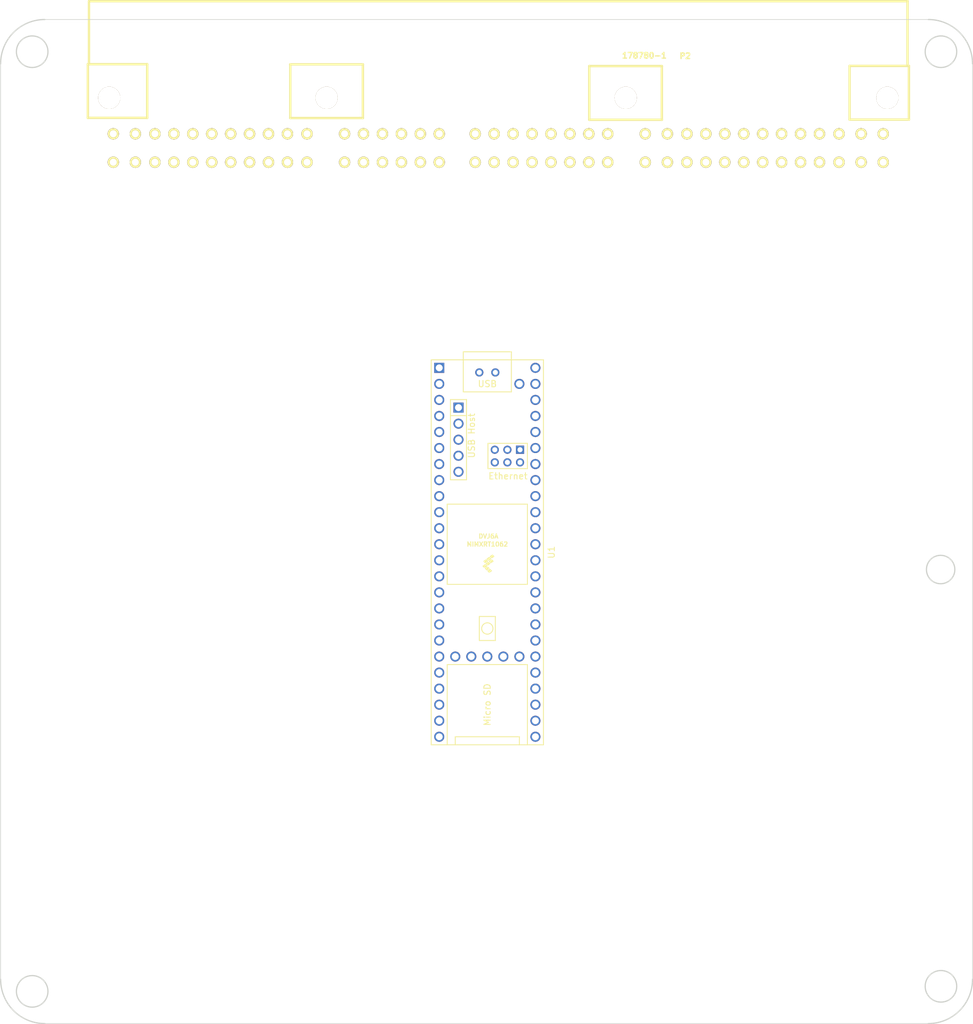
<source format=kicad_pcb>
(kicad_pcb (version 20241229) (generator "pcbnew") (generator_version "9.0")
  (layers (0 "F.Cu" signal) (2 "B.Cu" signal) (13 "F.Paste" user) (15 "B.Paste" user) (5 "F.SilkS" user "F.Silkscreen") (7 "B.SilkS" user "B.Silkscreen") (1 "F.Mask" user) (3 "B.Mask" user) (25 "Edge.Cuts" user))
  (net 0 "")
  (net 67 "Net-(P2C-3M)")
  (net 70 "Net-(P2C-3A)")
  (footprint "teensy:Teensy41" (layer "F.Cu") (at 95.72 103.37 -90)
    (property "Reference" "U1" (at 0 -10.16 90) (layer "F.SilkS"))
    (property "Value" "Teensy4.1")
    (fp_line (start -30.48 8.89) (end -30.48 -8.89) (stroke (width 0.15)) (layer "F.SilkS"))
    (fp_line (start 30.48 8.89) (end -30.48 8.89) (stroke (width 0.15)) (layer "F.SilkS"))
    (fp_line (start -7.62 6.35) (end 5.08 6.35) (stroke (width 0.15)) (layer "F.SilkS"))
    (fp_line (start 5.08 6.35) (end 5.08 -6.35) (stroke (width 0.15)) (layer "F.SilkS"))
    (fp_line (start 17.78 6.35) (end 30.48 6.35) (stroke (width 0.15)) (layer "F.SilkS"))
    (fp_line (start -24.1808 5.8392) (end -24.1808 3.2992) (stroke (width 0.15)) (layer "F.SilkS"))
    (fp_line (start -11.4808 5.8392) (end -24.1808 5.8392) (stroke (width 0.15)) (layer "F.SilkS"))
    (fp_line (start 29.21 5.08) (end 30.48 5.08) (stroke (width 0.15)) (layer "F.SilkS"))
    (fp_line (start -31.75 3.81) (end -31.75 -3.81) (stroke (width 0.15)) (layer "F.SilkS"))
    (fp_line (start -30.48 3.81) (end -31.75 3.81) (stroke (width 0.15)) (layer "F.SilkS"))
    (fp_line (start -25.4 3.81) (end -30.48 3.81) (stroke (width 0.15)) (layer "F.SilkS"))
    (fp_line (start -25.4 3.81) (end -25.4 -3.81) (stroke (width 0.15)) (layer "F.SilkS"))
    (fp_line (start -24.1808 3.2992) (end -21.6408 3.2992) (stroke (width 0.15)) (layer "F.SilkS"))
    (fp_line (start -24.1808 3.2992) (end -11.4808 3.2992) (stroke (width 0.15)) (layer "F.SilkS"))
    (fp_line (start -21.6408 3.2992) (end -21.6408 5.8392) (stroke (width 0.15)) (layer "F.SilkS"))
    (fp_line (start -11.4808 3.2992) (end -11.4808 5.8392) (stroke (width 0.15)) (layer "F.SilkS"))
    (fp_line (start 10.16 1.27) (end 10.16 -1.27) (stroke (width 0.15)) (layer "F.SilkS"))
    (fp_line (start 13.97 1.27) (end 10.16 1.27) (stroke (width 0.15)) (layer "F.SilkS"))
    (fp_line (start -17.25 -0.1016) (end -13.25 -0.1016) (stroke (width 0.15)) (layer "F.SilkS"))
    (fp_line (start -13.25 -0.1016) (end -13.25 -6.3516) (stroke (width 0.15)) (layer "F.SilkS"))
    (fp_line (start 10.16 -1.27) (end 13.97 -1.27) (stroke (width 0.15)) (layer "F.SilkS"))
    (fp_line (start 13.97 -1.27) (end 13.97 1.27) (stroke (width 0.15)) (layer "F.SilkS"))
    (fp_line (start -31.75 -3.81) (end -30.48 -3.81) (stroke (width 0.15)) (layer "F.SilkS"))
    (fp_line (start -25.4 -3.81) (end -30.48 -3.81) (stroke (width 0.15)) (layer "F.SilkS"))
    (fp_line (start 29.21 -5.08) (end 29.21 5.08) (stroke (width 0.15)) (layer "F.SilkS"))
    (fp_line (start 30.48 -5.08) (end 29.21 -5.08) (stroke (width 0.15)) (layer "F.SilkS"))
    (fp_line (start -17.25 -6.1016) (end -17.25 -0.1016) (stroke (width 0.15)) (layer "F.SilkS"))
    (fp_line (start -7.62 -6.35) (end -7.62 6.35) (stroke (width 0.15)) (layer "F.SilkS"))
    (fp_line (start 5.08 -6.35) (end -7.62 -6.35) (stroke (width 0.15)) (layer "F.SilkS"))
    (fp_line (start 17.78 -6.35) (end 17.78 6.35) (stroke (width 0.15)) (layer "F.SilkS"))
    (fp_line (start 30.48 -6.35) (end 17.78 -6.35) (stroke (width 0.15)) (layer "F.SilkS"))
    (fp_line (start -17.25 -6.3516) (end -17.25 -6.1016) (stroke (width 0.15)) (layer "F.SilkS"))
    (fp_line (start -13.25 -6.3516) (end -17.25 -6.3516) (stroke (width 0.15)) (layer "F.SilkS"))
    (fp_line (start -30.48 -8.89) (end 30.48 -8.89) (stroke (width 0.15)) (layer "F.SilkS"))
    (fp_line (start 30.48 -8.89) (end 30.48 8.89) (stroke (width 0.15)) (layer "F.SilkS"))
    (fp_circle (center 12.065 0) (end 12.7 -0.635) (stroke (width 0.15)) (fill no) (layer "F.SilkS"))
    (fp_poly (pts (xy 2.435 0.455) (xy 2.181 0.709) (xy 1.927 0.328) (xy 2.181 0.074)) (stroke (width 0.1)) (fill yes) (layer "F.SilkS"))
    (fp_poly (pts (xy 1.673 0.328) (xy 1.419 0.582) (xy 1.165 0.201) (xy 1.419 -0.053)) (stroke (width 0.1)) (fill yes) (layer "F.SilkS"))
    (fp_poly (pts (xy 2.816 0.074) (xy 2.562 0.328) (xy 2.308 -0.053) (xy 2.562 -0.307)) (stroke (width 0.1)) (fill yes) (layer "F.SilkS"))
    (fp_poly (pts (xy 2.054 -0.053) (xy 1.8 0.201) (xy 1.546 -0.18) (xy 1.8 -0.434)) (stroke (width 0.1)) (fill yes) (layer "F.SilkS"))
    (fp_poly (pts (xy 1.292 -0.18) (xy 1.038 0.074) (xy 0.784 -0.307) (xy 1.038 -0.561)) (stroke (width 0.1)) (fill yes) (layer "F.SilkS"))
    (fp_poly (pts (xy 3.197 -0.307) (xy 2.943 -0.053) (xy 2.689 -0.434) (xy 2.943 -0.688)) (stroke (width 0.1)) (fill yes) (layer "F.SilkS"))
    (fp_poly (pts (xy 1.673 -0.561) (xy 1.419 -0.307) (xy 1.165 -0.688) (xy 1.419 -0.942)) (stroke (width 0.1)) (fill yes) (layer "F.SilkS"))
    (fp_poly (pts (xy 0.911 -0.688) (xy 0.657 -0.434) (xy 0.403 -0.815) (xy 0.657 -1.069)) (stroke (width 0.1)) (fill yes) (layer "F.SilkS"))
    (fp_text user "USB" (at -26.67 0 0) (layer "F.SilkS"))
    (fp_text user "MIMXRT1062" (at -1.27 0 0) (layer "F.SilkS") (effects (font (size 0.7 0.7))))
    (fp_text user "Ethernet" (at -12.065 -3.2766 0) (layer "F.SilkS"))
    (fp_text user "DVJ6A" (at -2.54 -0.18 0) (layer "F.SilkS") (effects (font (size 0.7 0.7))))
    (fp_text user "Micro SD" (at 24.13 0 90) (layer "F.SilkS"))
    (fp_text user "USB Host" (at -18.4658 2.4892 90) (layer "F.SilkS"))
    (pad "1" thru_hole rect (at -29.21 7.62 270) (size 1.6 1.6) (drill 1.1) (layers "*.Cu" "*.Mask"))
    (pad "2" thru_hole circle (at -26.67 7.62 270) (size 1.6 1.6) (drill 1.1) (layers "*.Cu" "*.Mask"))
    (pad "3" thru_hole circle (at -24.13 7.62 270) (size 1.6 1.6) (drill 1.1) (layers "*.Cu" "*.Mask"))
    (pad "4" thru_hole circle (at -21.59 7.62 270) (size 1.6 1.6) (drill 1.1) (layers "*.Cu" "*.Mask"))
    (pad "5" thru_hole circle (at -19.05 7.62 270) (size 1.6 1.6) (drill 1.1) (layers "*.Cu" "*.Mask"))
    (pad "6" thru_hole circle (at -16.51 7.62 270) (size 1.6 1.6) (drill 1.1) (layers "*.Cu" "*.Mask"))
    (pad "7" thru_hole circle (at -13.97 7.62 270) (size 1.6 1.6) (drill 1.1) (layers "*.Cu" "*.Mask"))
    (pad "8" thru_hole circle (at -11.43 7.62 270) (size 1.6 1.6) (drill 1.1) (layers "*.Cu" "*.Mask"))
    (pad "9" thru_hole circle (at -8.89 7.62 270) (size 1.6 1.6) (drill 1.1) (layers "*.Cu" "*.Mask"))
    (pad "10" thru_hole circle (at -6.35 7.62 270) (size 1.6 1.6) (drill 1.1) (layers "*.Cu" "*.Mask"))
    (pad "11" thru_hole circle (at -3.81 7.62 270) (size 1.6 1.6) (drill 1.1) (layers "*.Cu" "*.Mask"))
    (pad "12" thru_hole circle (at -1.27 7.62 270) (size 1.6 1.6) (drill 1.1) (layers "*.Cu" "*.Mask"))
    (pad "13" thru_hole circle (at 1.27 7.62 270) (size 1.6 1.6) (drill 1.1) (layers "*.Cu" "*.Mask"))
    (pad "14" thru_hole circle (at 3.81 7.62 270) (size 1.6 1.6) (drill 1.1) (layers "*.Cu" "*.Mask"))
    (pad "15" thru_hole circle (at 6.35 7.62 270) (size 1.6 1.6) (drill 1.1) (layers "*.Cu" "*.Mask"))
    (pad "16" thru_hole circle (at 8.89 7.62 270) (size 1.6 1.6) (drill 1.1) (layers "*.Cu" "*.Mask") (net 67 "Net-(P2C-3M)"))
    (pad "17" thru_hole circle (at 11.43 7.62 270) (size 1.6 1.6) (drill 1.1) (layers "*.Cu" "*.Mask"))
    (pad "18" thru_hole circle (at 13.97 7.62 270) (size 1.6 1.6) (drill 1.1) (layers "*.Cu" "*.Mask"))
    (pad "19" thru_hole circle (at 16.51 7.62 270) (size 1.6 1.6) (drill 1.1) (layers "*.Cu" "*.Mask"))
    (pad "20" thru_hole circle (at 19.05 7.62 270) (size 1.6 1.6) (drill 1.1) (layers "*.Cu" "*.Mask"))
    (pad "21" thru_hole circle (at 21.59 7.62 270) (size 1.6 1.6) (drill 1.1) (layers "*.Cu" "*.Mask"))
    (pad "22" thru_hole circle (at 24.13 7.62 270) (size 1.6 1.6) (drill 1.1) (layers "*.Cu" "*.Mask"))
    (pad "23" thru_hole circle (at 26.67 7.62 270) (size 1.6 1.6) (drill 1.1) (layers "*.Cu" "*.Mask"))
    (pad "24" thru_hole circle (at 29.21 7.62 270) (size 1.6 1.6) (drill 1.1) (layers "*.Cu" "*.Mask"))
    (pad "25" thru_hole circle (at 29.21 -7.62 270) (size 1.6 1.6) (drill 1.1) (layers "*.Cu" "*.Mask"))
    (pad "26" thru_hole circle (at 26.67 -7.62 270) (size 1.6 1.6) (drill 1.1) (layers "*.Cu" "*.Mask"))
    (pad "27" thru_hole circle (at 24.13 -7.62 270) (size 1.6 1.6) (drill 1.1) (layers "*.Cu" "*.Mask"))
    (pad "28" thru_hole circle (at 21.59 -7.62 270) (size 1.6 1.6) (drill 1.1) (layers "*.Cu" "*.Mask"))
    (pad "29" thru_hole circle (at 19.05 -7.62 270) (size 1.6 1.6) (drill 1.1) (layers "*.Cu" "*.Mask"))
    (pad "30" thru_hole circle (at 16.51 -7.62 270) (size 1.6 1.6) (drill 1.1) (layers "*.Cu" "*.Mask"))
    (pad "31" thru_hole circle (at 13.97 -7.62 270) (size 1.6 1.6) (drill 1.1) (layers "*.Cu" "*.Mask"))
    (pad "32" thru_hole circle (at 11.43 -7.62 270) (size 1.6 1.6) (drill 1.1) (layers "*.Cu" "*.Mask"))
    (pad "33" thru_hole circle (at 8.89 -7.62 270) (size 1.6 1.6) (drill 1.1) (layers "*.Cu" "*.Mask"))
    (pad "34" thru_hole circle (at 6.35 -7.62 270) (size 1.6 1.6) (drill 1.1) (layers "*.Cu" "*.Mask"))
    (pad "35" thru_hole circle (at 3.81 -7.62 270) (size 1.6 1.6) (drill 1.1) (layers "*.Cu" "*.Mask"))
    (pad "36" thru_hole circle (at 1.27 -7.62 270) (size 1.6 1.6) (drill 1.1) (layers "*.Cu" "*.Mask"))
    (pad "37" thru_hole circle (at -1.27 -7.62 270) (size 1.6 1.6) (drill 1.1) (layers "*.Cu" "*.Mask"))
    (pad "38" thru_hole circle (at -3.81 -7.62 270) (size 1.6 1.6) (drill 1.1) (layers "*.Cu" "*.Mask"))
    (pad "39" thru_hole circle (at -6.35 -7.62 270) (size 1.6 1.6) (drill 1.1) (layers "*.Cu" "*.Mask"))
    (pad "40" thru_hole circle (at -8.89 -7.62 270) (size 1.6 1.6) (drill 1.1) (layers "*.Cu" "*.Mask"))
    (pad "41" thru_hole circle (at -11.43 -7.62 270) (size 1.6 1.6) (drill 1.1) (layers "*.Cu" "*.Mask"))
    (pad "42" thru_hole circle (at -13.97 -7.62 270) (size 1.6 1.6) (drill 1.1) (layers "*.Cu" "*.Mask"))
    (pad "43" thru_hole circle (at -16.51 -7.62 270) (size 1.6 1.6) (drill 1.1) (layers "*.Cu" "*.Mask"))
    (pad "44" thru_hole circle (at -19.05 -7.62 270) (size 1.6 1.6) (drill 1.1) (layers "*.Cu" "*.Mask"))
    (pad "45" thru_hole circle (at -21.59 -7.62 270) (size 1.6 1.6) (drill 1.1) (layers "*.Cu" "*.Mask"))
    (pad "46" thru_hole circle (at -24.13 -7.62 270) (size 1.6 1.6) (drill 1.1) (layers "*.Cu" "*.Mask"))
    (pad "47" thru_hole circle (at -26.67 -7.62 270) (size 1.6 1.6) (drill 1.1) (layers "*.Cu" "*.Mask"))
    (pad "48" thru_hole circle (at -29.21 -7.62 270) (size 1.6 1.6) (drill 1.1) (layers "*.Cu" "*.Mask"))
    (pad "49" thru_hole circle (at -26.67 -5.08 270) (size 1.6 1.6) (drill 1.1) (layers "*.Cu" "*.Mask"))
    (pad "50" thru_hole circle (at 16.51 5.08 270) (size 1.6 1.6) (drill 1.1) (layers "*.Cu" "*.Mask"))
    (pad "51" thru_hole circle (at 16.51 2.54 270) (size 1.6 1.6) (drill 1.1) (layers "*.Cu" "*.Mask"))
    (pad "52" thru_hole circle (at 16.51 0 270) (size 1.6 1.6) (drill 1.1) (layers "*.Cu" "*.Mask"))
    (pad "53" thru_hole circle (at 16.51 -2.54 270) (size 1.6 1.6) (drill 1.1) (layers "*.Cu" "*.Mask"))
    (pad "54" thru_hole circle (at 16.51 -5.08 270) (size 1.6 1.6) (drill 1.1) (layers "*.Cu" "*.Mask"))
    (pad "55" thru_hole rect (at -22.9108 4.5692 270) (size 1.6 1.6) (drill 1.1) (layers "*.Cu" "*.Mask"))
    (pad "56" thru_hole circle (at -20.3708 4.5692 270) (size 1.6 1.6) (drill 1.1) (layers "*.Cu" "*.Mask"))
    (pad "57" thru_hole circle (at -17.8308 4.5692 270) (size 1.6 1.6) (drill 1.1) (layers "*.Cu" "*.Mask"))
    (pad "58" thru_hole circle (at -15.2908 4.5692 270) (size 1.6 1.6) (drill 1.1) (layers "*.Cu" "*.Mask"))
    (pad "59" thru_hole circle (at -12.7508 4.5692 270) (size 1.6 1.6) (drill 1.1) (layers "*.Cu" "*.Mask"))
    (pad "60" thru_hole rect (at -16.24 -5.1816 270) (size 1.3 1.3) (drill 0.8) (layers "*.Cu" "*.Mask"))
    (pad "61" thru_hole circle (at -16.24 -3.1816 270) (size 1.3 1.3) (drill 0.8) (layers "*.Cu" "*.Mask"))
    (pad "62" thru_hole circle (at -16.24 -1.1816 270) (size 1.3 1.3) (drill 0.8) (layers "*.Cu" "*.Mask"))
    (pad "63" thru_hole circle (at -14.24 -1.1816 270) (size 1.3 1.3) (drill 0.8) (layers "*.Cu" "*.Mask"))
    (pad "64" thru_hole circle (at -14.24 -3.1816 270) (size 1.3 1.3) (drill 0.8) (layers "*.Cu" "*.Mask"))
    (pad "65" thru_hole circle (at -14.24 -5.1816 270) (size 1.3 1.3) (drill 0.8) (layers "*.Cu" "*.Mask"))
    (pad "66" thru_hole circle (at -28.48 -1.27 270) (size 1.3 1.3) (drill 0.8) (layers "*.Cu" "*.Mask"))
    (pad "67" thru_hole circle (at -28.48 1.27 270) (size 1.3 1.3) (drill 0.8) (layers "*.Cu" "*.Mask"))
  )
  (footprint "kicad:178780-1" (layer "F.Cu") (at 146 41.6)
    (property "Reference" "P2" (at -18.925 -16.825 0) (layer "F.SilkS") (effects (font (size 0.889 0.889) (thickness 0.22225))))
    (property "Value" "178780-1" (at -25.4 -16.891 0) (layer "F.SilkS") (effects (font (size 0.889 0.889) (thickness 0.22352))))
    (fp_line (start -113.57527 -15.52384) (end -104.17473 -15.52384) (stroke (width 0.381)) (layer "F.SilkS"))
    (fp_line (start -113.57527 -7.025) (end -113.57527 -15.52384) (stroke (width 0.381)) (layer "F.SilkS"))
    (fp_line (start -113.57527 -7.025) (end -104.17473 -7.025) (stroke (width 0.381)) (layer "F.SilkS"))
    (fp_line (start -113.39766 -25.49906) (end -113.39766 -15.49908) (stroke (width 0.381)) (layer "F.SilkS"))
    (fp_line (start -113.39766 -25.49906) (end 16.30234 -25.49906) (stroke (width 0.381)) (layer "F.SilkS"))
    (fp_line (start -104.17473 -7.025) (end -104.17473 -15.52384) (stroke (width 0.381)) (layer "F.SilkS"))
    (fp_line (start -81.50098 -15.49908) (end -69.99986 -15.49908) (stroke (width 0.381)) (layer "F.SilkS"))
    (fp_line (start -81.50098 -7.00024) (end -81.50098 -15.49908) (stroke (width 0.381)) (layer "F.SilkS"))
    (fp_line (start -81.50098 -7.00024) (end -69.99986 -7.00024) (stroke (width 0.381)) (layer "F.SilkS"))
    (fp_line (start -69.99986 -7.00024) (end -69.99986 -15.49908) (stroke (width 0.381)) (layer "F.SilkS"))
    (fp_line (start -34.12612 -6.72558) (end -34.12612 -15.22442) (stroke (width 0.381)) (layer "F.SilkS"))
    (fp_line (start -22.625 -15.22442) (end -34.12612 -15.22442) (stroke (width 0.381)) (layer "F.SilkS"))
    (fp_line (start -22.625 -15.22442) (end -22.625 -6.72558) (stroke (width 0.381)) (layer "F.SilkS"))
    (fp_line (start -22.625 -6.72558) (end -34.12612 -6.72558) (stroke (width 0.381)) (layer "F.SilkS"))
    (fp_line (start 7.125 -15.24942) (end 16.52554 -15.24942) (stroke (width 0.381)) (layer "F.SilkS"))
    (fp_line (start 7.125 -6.75058) (end 7.125 -15.24942) (stroke (width 0.381)) (layer "F.SilkS"))
    (fp_line (start 16.30234 -25.49906) (end 16.30234 -15.49908) (stroke (width 0.381)) (layer "F.SilkS"))
    (fp_line (start 16.52554 -15.24942) (end 16.52554 -6.75058) (stroke (width 0.381)) (layer "F.SilkS"))
    (fp_line (start 16.52554 -6.75058) (end 7.125 -6.75058) (stroke (width 0.381)) (layer "F.SilkS"))
    (pad "" thru_hole circle (at -110.19766 -10.20064) (size 3.50012 3.50012) (drill 3.50012) (layers "*.Cu" "*.Mask" "F.SilkS"))
    (pad "" thru_hole circle (at -75.74766 -10.20064) (size 3.50012 3.50012) (drill 3.50012) (layers "*.Cu" "*.Mask" "F.SilkS"))
    (pad "" thru_hole circle (at -28.34766 -10.20064) (size 3.50012 3.50012) (drill 3.50012) (layers "*.Cu" "*.Mask" "F.SilkS"))
    (pad "" thru_hole circle (at 13.10234 -10.20064) (size 3.50012 3.50012) (drill 3.50012) (layers "*.Cu" "*.Mask" "F.SilkS"))
    (pad "1" thru_hole circle (at -109.54766 0) (size 1.8 1.8) (drill 1.09982) (layers "*.Cu" "*.Mask" "F.SilkS"))
    (pad "2" thru_hole circle (at -106.05008 0) (size 1.8 1.8) (drill 1.09982) (layers "*.Cu" "*.Mask" "F.SilkS"))
    (pad "3" thru_hole circle (at -102.94874 0) (size 1.8 1.8) (drill 1.09982) (layers "*.Cu" "*.Mask" "F.SilkS"))
    (pad "4" thru_hole circle (at -99.949 0) (size 1.8 1.8) (drill 1.09982) (layers "*.Cu" "*.Mask" "F.SilkS"))
    (pad "5" thru_hole circle (at -96.94926 0) (size 1.8 1.8) (drill 1.09982) (layers "*.Cu" "*.Mask" "F.SilkS"))
    (pad "6" thru_hole circle (at -93.94952 0) (size 1.8 1.8) (drill 1.09982) (layers "*.Cu" "*.Mask" "F.SilkS"))
    (pad "7" thru_hole circle (at -90.94978 0) (size 1.8 1.8) (drill 1.09982) (layers "*.Cu" "*.Mask" "F.SilkS"))
    (pad "8" thru_hole circle (at -87.95004 0) (size 1.8 1.8) (drill 1.09982) (layers "*.Cu" "*.Mask" "F.SilkS"))
    (pad "9" thru_hole circle (at -84.9503 0) (size 1.8 1.8) (drill 1.09982) (layers "*.Cu" "*.Mask" "F.SilkS"))
    (pad "10" thru_hole circle (at -81.95056 0) (size 1.8 1.8) (drill 1.09982) (layers "*.Cu" "*.Mask" "F.SilkS"))
    (pad "11" thru_hole circle (at -78.84922 0) (size 1.8 1.8) (drill 1.09982) (layers "*.Cu" "*.Mask" "F.SilkS"))
    (pad "12" thru_hole circle (at -109.54766 -4.50088 180) (size 1.8 1.8) (drill 1.09982) (layers "*.Cu" "*.Mask" "F.SilkS"))
    (pad "13" thru_hole circle (at -106.05008 -4.50088 180) (size 1.8 1.8) (drill 1.09982) (layers "*.Cu" "*.Mask" "F.SilkS"))
    (pad "14" thru_hole circle (at -102.94874 -4.50088 180) (size 1.8 1.8) (drill 1.09982) (layers "*.Cu" "*.Mask" "F.SilkS"))
    (pad "15" thru_hole circle (at -99.949 -4.50088 180) (size 1.8 1.8) (drill 1.09982) (layers "*.Cu" "*.Mask" "F.SilkS"))
    (pad "16" thru_hole circle (at -96.94926 -4.50088 180) (size 1.8 1.8) (drill 1.09982) (layers "*.Cu" "*.Mask" "F.SilkS"))
    (pad "17" thru_hole circle (at -93.94952 -4.50088 180) (size 1.8 1.8) (drill 1.09982) (layers "*.Cu" "*.Mask" "F.SilkS"))
    (pad "18" thru_hole circle (at -90.94978 -4.50088 180) (size 1.8 1.8) (drill 1.09982) (layers "*.Cu" "*.Mask" "F.SilkS"))
    (pad "19" thru_hole circle (at -87.95004 -4.50088 180) (size 1.8 1.8) (drill 1.09982) (layers "*.Cu" "*.Mask" "F.SilkS"))
    (pad "20" thru_hole circle (at -84.9503 -4.50088 180) (size 1.8 1.8) (drill 1.09982) (layers "*.Cu" "*.Mask" "F.SilkS"))
    (pad "21" thru_hole circle (at -81.95056 -4.50088 180) (size 1.8 1.8) (drill 1.09982) (layers "*.Cu" "*.Mask" "F.SilkS"))
    (pad "22" thru_hole circle (at -78.84922 -4.50088 180) (size 1.8 1.8) (drill 1.09982) (layers "*.Cu" "*.Mask" "F.SilkS"))
    (pad "23" thru_hole circle (at -52.19766 0) (size 1.8 1.8) (drill 1.09982) (layers "*.Cu" "*.Mask" "F.SilkS"))
    (pad "24" thru_hole circle (at -49.19792 0) (size 1.8 1.8) (drill 1.09982) (layers "*.Cu" "*.Mask" "F.SilkS"))
    (pad "25" thru_hole circle (at -46.19818 0) (size 1.8 1.8) (drill 1.09982) (layers "*.Cu" "*.Mask" "F.SilkS"))
    (pad "26" thru_hole circle (at -43.19844 0) (size 1.8 1.8) (drill 1.09982) (layers "*.Cu" "*.Mask" "F.SilkS"))
    (pad "27" thru_hole circle (at -40.19616 0) (size 1.8 1.8) (drill 1.09982) (layers "*.Cu" "*.Mask" "F.SilkS"))
    (pad "28" thru_hole circle (at -37.19642 0) (size 1.8 1.8) (drill 1.09982) (layers "*.Cu" "*.Mask" "F.SilkS"))
    (pad "29" thru_hole circle (at -34.19668 0) (size 1.8 1.8) (drill 1.09982) (layers "*.Cu" "*.Mask" "F.SilkS"))
    (pad "30" thru_hole circle (at -31.19694 0) (size 1.8 1.8) (drill 1.09982) (layers "*.Cu" "*.Mask" "F.SilkS"))
    (pad "31" thru_hole circle (at -52.19766 -4.50088 180) (size 1.8 1.8) (drill 1.09982) (layers "*.Cu" "*.Mask" "F.SilkS"))
    (pad "32" thru_hole circle (at -49.19792 -4.50088 180) (size 1.8 1.8) (drill 1.09982) (layers "*.Cu" "*.Mask" "F.SilkS"))
    (pad "33" thru_hole circle (at -46.19818 -4.50088 180) (size 1.8 1.8) (drill 1.09982) (layers "*.Cu" "*.Mask" "F.SilkS"))
    (pad "34" thru_hole circle (at -43.19844 -4.50088 180) (size 1.8 1.8) (drill 1.09982) (layers "*.Cu" "*.Mask" "F.SilkS"))
    (pad "35" thru_hole circle (at -40.19616 -4.50088 180) (size 1.8 1.8) (drill 1.09982) (layers "*.Cu" "*.Mask" "F.SilkS"))
    (pad "36" thru_hole circle (at -37.19642 -4.50088 180) (size 1.8 1.8) (drill 1.09982) (layers "*.Cu" "*.Mask" "F.SilkS"))
    (pad "37" thru_hole circle (at -34.19668 -4.50088 180) (size 1.8 1.8) (drill 1.09982) (layers "*.Cu" "*.Mask" "F.SilkS"))
    (pad "38" thru_hole circle (at -31.19694 -4.50088 180) (size 1.8 1.8) (drill 1.09982) (layers "*.Cu" "*.Mask" "F.SilkS"))
    (pad "39" thru_hole circle (at -25.2508 0) (size 1.8 1.8) (drill 1.09982) (layers "*.Cu" "*.Mask" "F.SilkS") (net 70 "Net-(P2C-3A)"))
    (pad "40" thru_hole circle (at -21.75068 0) (size 1.8 1.8) (drill 1.09982) (layers "*.Cu" "*.Mask" "F.SilkS"))
    (pad "41" thru_hole circle (at -18.6468 0) (size 1.8 1.8) (drill 1.09982) (layers "*.Cu" "*.Mask" "F.SilkS"))
    (pad "42" thru_hole circle (at -15.64706 0) (size 1.8 1.8) (drill 1.09982) (layers "*.Cu" "*.Mask" "F.SilkS"))
    (pad "43" thru_hole circle (at -12.64732 0) (size 1.8 1.8) (drill 1.09982) (layers "*.Cu" "*.Mask" "F.SilkS"))
    (pad "44" thru_hole circle (at -9.64758 0) (size 1.8 1.8) (drill 1.09982) (layers "*.Cu" "*.Mask" "F.SilkS"))
    (pad "45" thru_hole circle (at -6.64784 0) (size 1.8 1.8) (drill 1.09982) (layers "*.Cu" "*.Mask" "F.SilkS") (net 67 "Net-(P2C-3M)"))
    (pad "46" thru_hole circle (at -3.6481 0) (size 1.8 1.8) (drill 1.09982) (layers "*.Cu" "*.Mask" "F.SilkS"))
    (pad "47" thru_hole circle (at -0.64836 0) (size 1.8 1.8) (drill 1.09982) (layers "*.Cu" "*.Mask" "F.SilkS"))
    (pad "48" thru_hole circle (at 2.35138 0) (size 1.8 1.8) (drill 1.09982) (layers "*.Cu" "*.Mask" "F.SilkS"))
    (pad "49" thru_hole circle (at 5.45272 0) (size 1.8 1.8) (drill 1.09982) (layers "*.Cu" "*.Mask" "F.SilkS"))
    (pad "50" thru_hole circle (at 8.95284 0) (size 1.8 1.8) (drill 1.09982) (layers "*.Cu" "*.Mask" "F.SilkS"))
    (pad "51" thru_hole circle (at 12.45296 0) (size 1.8 1.8) (drill 1.09982) (layers "*.Cu" "*.Mask" "F.SilkS"))
    (pad "52" thru_hole circle (at -25.2508 -4.50088 180) (size 1.8 1.8) (drill 1.09982) (layers "*.Cu" "*.Mask" "F.SilkS") (net 70 "Net-(P2C-3A)"))
    (pad "53" thru_hole circle (at -21.75068 -4.50088 180) (size 1.8 1.8) (drill 1.09982) (layers "*.Cu" "*.Mask" "F.SilkS"))
    (pad "54" thru_hole circle (at -18.6468 -4.50088 180) (size 1.8 1.8) (drill 1.09982) (layers "*.Cu" "*.Mask" "F.SilkS"))
    (pad "55" thru_hole circle (at -15.64706 -4.50088 180) (size 1.8 1.8) (drill 1.09982) (layers "*.Cu" "*.Mask" "F.SilkS"))
    (pad "56" thru_hole circle (at -12.64732 -4.50088 180) (size 1.8 1.8) (drill 1.09982) (layers "*.Cu" "*.Mask" "F.SilkS"))
    (pad "57" thru_hole circle (at -9.64758 -4.50088 180) (size 1.8 1.8) (drill 1.09982) (layers "*.Cu" "*.Mask" "F.SilkS"))
    (pad "58" thru_hole circle (at -6.64784 -4.50088 180) (size 1.8 1.8) (drill 1.09982) (layers "*.Cu" "*.Mask" "F.SilkS"))
    (pad "59" thru_hole circle (at -3.6481 -4.50088 180) (size 1.8 1.8) (drill 1.09982) (layers "*.Cu" "*.Mask" "F.SilkS"))
    (pad "60" thru_hole circle (at -0.64836 -4.50088 180) (size 1.8 1.8) (drill 1.09982) (layers "*.Cu" "*.Mask" "F.SilkS"))
    (pad "61" thru_hole circle (at 2.35138 -4.50088 180) (size 1.8 1.8) (drill 1.09982) (layers "*.Cu" "*.Mask" "F.SilkS"))
    (pad "62" thru_hole circle (at 5.45272 -4.50088 180) (size 1.8 1.8) (drill 1.09982) (layers "*.Cu" "*.Mask" "F.SilkS"))
    (pad "63" thru_hole circle (at 8.95284 -4.50088 180) (size 1.8 1.8) (drill 1.09982) (layers "*.Cu" "*.Mask" "F.SilkS"))
    (pad "64" thru_hole circle (at 12.45296 -4.50088 180) (size 1.8 1.8) (drill 1.09982) (layers "*.Cu" "*.Mask" "F.SilkS"))
    (pad "65" thru_hole circle (at -72.89766 0) (size 1.8 1.8) (drill 1.09982) (layers "*.Cu" "*.Mask" "F.SilkS"))
    (pad "66" thru_hole circle (at -69.89792 0) (size 1.8 1.8) (drill 1.09982) (layers "*.Cu" "*.Mask" "F.SilkS"))
    (pad "67" thru_hole circle (at -66.89818 0) (size 1.8 1.8) (drill 1.09982) (layers "*.Cu" "*.Mask" "F.SilkS"))
    (pad "68" thru_hole circle (at -63.89844 0) (size 1.8 1.8) (drill 1.09982) (layers "*.Cu" "*.Mask" "F.SilkS"))
    (pad "69" thru_hole circle (at -60.89616 0) (size 1.8 1.8) (drill 1.09982) (layers "*.Cu" "*.Mask" "F.SilkS"))
    (pad "70" thru_hole circle (at -57.89642 0) (size 1.8 1.8) (drill 1.09982) (layers "*.Cu" "*.Mask" "F.SilkS"))
    (pad "71" thru_hole circle (at -72.89766 -4.50088 180) (size 1.8 1.8) (drill 1.09982) (layers "*.Cu" "*.Mask" "F.SilkS"))
    (pad "72" thru_hole circle (at -69.89792 -4.50088 180) (size 1.8 1.8) (drill 1.09982) (layers "*.Cu" "*.Mask" "F.SilkS"))
    (pad "73" thru_hole circle (at -66.89818 -4.50088 180) (size 1.8 1.8) (drill 1.09982) (layers "*.Cu" "*.Mask" "F.SilkS"))
    (pad "74" thru_hole circle (at -63.89844 -4.50088 180) (size 1.8 1.8) (drill 1.09982) (layers "*.Cu" "*.Mask" "F.SilkS"))
    (pad "75" thru_hole circle (at -60.89616 -4.50088 180) (size 1.8 1.8) (drill 1.09982) (layers "*.Cu" "*.Mask" "F.SilkS"))
    (pad "76" thru_hole circle (at -57.89642 -4.50088 180) (size 1.8 1.8) (drill 1.09982) (layers "*.Cu" "*.Mask" "F.SilkS"))
  )
  (gr_line (start 25.6 178) (end 165.6 178) (stroke (width 0.1)) (layer "Edge.Cuts"))
  (gr_line (start 18.6 26) (end 18.6 171) (stroke (width 0.1)) (layer "Edge.Cuts"))
  (gr_circle (center 23.6 172.9) (end 26.1 172.9) (stroke (width 0.2)) (fill no) (layer "Edge.Cuts"))
  (gr_circle (center 23.6 24.1) (end 26.1 24.1) (stroke (width 0.2)) (fill no) (layer "Edge.Cuts"))
  (gr_arc (start 172.600001 171.000001) (mid 170.549748 175.949748) (end 165.6 178) (stroke (width 0.2)) (layer "Edge.Cuts"))
  (gr_circle (center 167.5508 106.1) (end 169.8008 106.1) (stroke (width 0.2)) (fill no) (layer "Edge.Cuts"))
  (gr_circle (center 167.6 24.1) (end 170.1 24.1) (stroke (width 0.2)) (fill no) (layer "Edge.Cuts"))
  (gr_arc (start 25.599999 178.000001) (mid 20.650252 175.949748) (end 18.6 171) (stroke (width 0.2)) (layer "Edge.Cuts"))
  (gr_line (start 172.6 171) (end 172.6 26) (stroke (width 0.1)) (layer "Edge.Cuts"))
  (gr_circle (center 167.6 172.1) (end 170.1 172.1) (stroke (width 0.2)) (fill no) (layer "Edge.Cuts"))
  (gr_arc (start 165.600001 18.999999) (mid 170.549748 21.050252) (end 172.6 26) (stroke (width 0.2)) (layer "Edge.Cuts"))
  (gr_arc (start 18.599999 25.999999) (mid 20.650252 21.050252) (end 25.6 19) (stroke (width 0.2)) (layer "Edge.Cuts"))
  (gr_line (start 165.6 19) (end 25.6 19) (stroke (width 0.1)) (layer "Edge.Cuts"))
)
</source>
